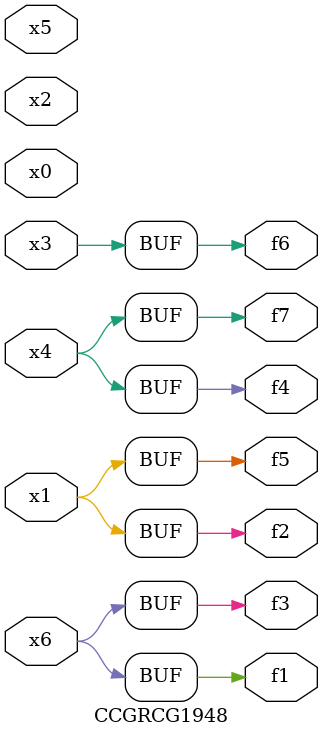
<source format=v>
module CCGRCG1948(
	input x0, x1, x2, x3, x4, x5, x6,
	output f1, f2, f3, f4, f5, f6, f7
);
	assign f1 = x6;
	assign f2 = x1;
	assign f3 = x6;
	assign f4 = x4;
	assign f5 = x1;
	assign f6 = x3;
	assign f7 = x4;
endmodule

</source>
